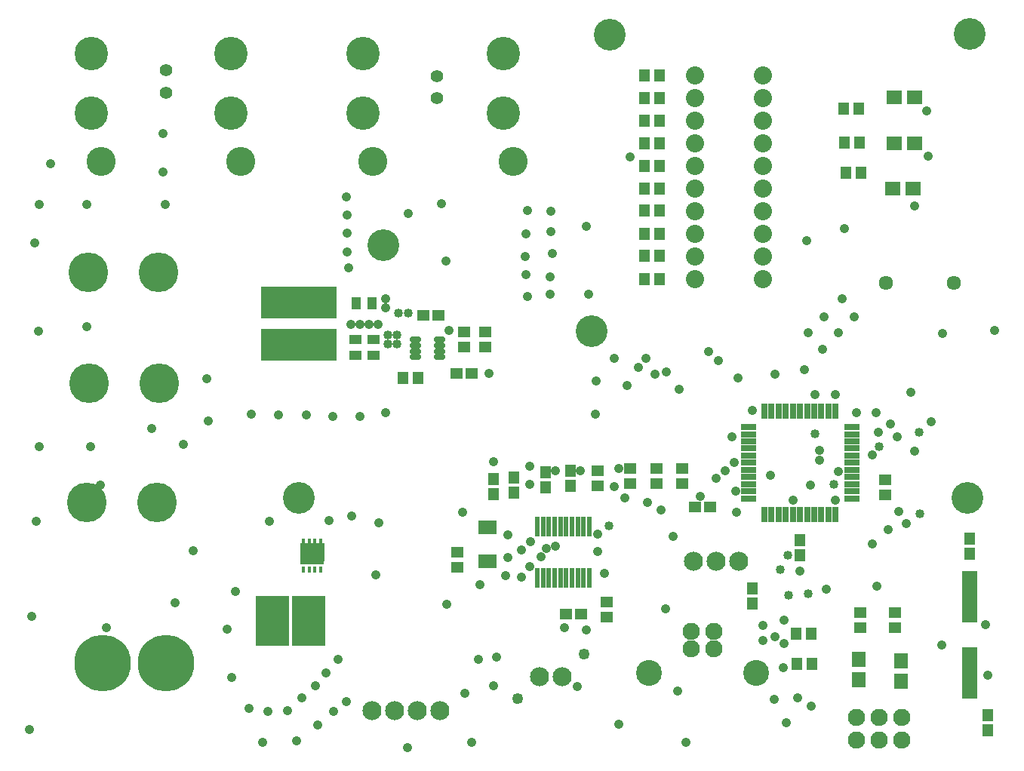
<source format=gbr>
G04 EAGLE Gerber RS-274X export*
G75*
%MOMM*%
%FSLAX34Y34*%
%LPD*%
%INSoldermask Top*%
%IPPOS*%
%AMOC8*
5,1,8,0,0,1.08239X$1,22.5*%
G01*
%ADD10R,1.254000X1.354000*%
%ADD11R,1.354000X1.254000*%
%ADD12C,4.445000*%
%ADD13C,2.133600*%
%ADD14C,3.754000*%
%ADD15C,3.254000*%
%ADD16C,6.350000*%
%ADD17R,0.609600X2.184400*%
%ADD18R,3.759200X5.588000*%
%ADD19R,8.458200X3.556000*%
%ADD20R,0.750000X1.750000*%
%ADD21R,1.750000X0.750000*%
%ADD22R,1.754000X5.754000*%
%ADD23C,2.032000*%
%ADD24R,1.498600X1.651000*%
%ADD25C,0.675000*%
%ADD26R,1.651000X1.498600*%
%ADD27C,1.254000*%
%ADD28R,1.054000X1.454000*%
%ADD29R,2.054000X1.594000*%
%ADD30R,1.454000X1.054000*%
%ADD31C,1.609600*%
%ADD32C,1.930400*%
%ADD33C,1.409600*%
%ADD34C,2.895600*%
%ADD35C,3.556000*%
%ADD36R,0.457200X0.762000*%
%ADD37R,0.457200X0.787400*%
%ADD38R,2.692400X2.032000*%
%ADD39C,1.066800*%
%ADD40C,1.059600*%
%ADD41C,1.016000*%

G36*
X350649Y221490D02*
X350649Y221490D01*
X350651Y221489D01*
X350694Y221509D01*
X350738Y221527D01*
X350738Y221529D01*
X350740Y221530D01*
X350773Y221615D01*
X350773Y240665D01*
X350772Y240667D01*
X350773Y240669D01*
X350753Y240712D01*
X350735Y240756D01*
X350733Y240756D01*
X350732Y240758D01*
X350647Y240791D01*
X324993Y240791D01*
X324991Y240790D01*
X324989Y240791D01*
X324946Y240771D01*
X324902Y240753D01*
X324902Y240751D01*
X324900Y240750D01*
X324867Y240665D01*
X324867Y221615D01*
X324868Y221613D01*
X324867Y221611D01*
X324887Y221568D01*
X324905Y221524D01*
X324907Y221524D01*
X324908Y221522D01*
X324993Y221489D01*
X350647Y221489D01*
X350649Y221490D01*
G37*
G36*
X329596Y243467D02*
X329596Y243467D01*
X329598Y243466D01*
X329641Y243486D01*
X329685Y243504D01*
X329685Y243506D01*
X329687Y243507D01*
X329720Y243592D01*
X329720Y249688D01*
X329719Y249690D01*
X329720Y249692D01*
X329700Y249735D01*
X329682Y249779D01*
X329680Y249779D01*
X329679Y249781D01*
X329594Y249814D01*
X326546Y249814D01*
X326544Y249813D01*
X326542Y249814D01*
X326499Y249794D01*
X326455Y249776D01*
X326455Y249774D01*
X326453Y249773D01*
X326420Y249688D01*
X326420Y243592D01*
X326421Y243590D01*
X326420Y243588D01*
X326440Y243545D01*
X326458Y243501D01*
X326460Y243501D01*
X326461Y243499D01*
X326546Y243466D01*
X329594Y243466D01*
X329596Y243467D01*
G37*
G36*
X336096Y243467D02*
X336096Y243467D01*
X336098Y243466D01*
X336141Y243486D01*
X336185Y243504D01*
X336185Y243506D01*
X336187Y243507D01*
X336220Y243592D01*
X336220Y249688D01*
X336219Y249690D01*
X336220Y249692D01*
X336200Y249735D01*
X336182Y249779D01*
X336180Y249779D01*
X336179Y249781D01*
X336094Y249814D01*
X333046Y249814D01*
X333044Y249813D01*
X333042Y249814D01*
X332999Y249794D01*
X332955Y249776D01*
X332955Y249774D01*
X332953Y249773D01*
X332920Y249688D01*
X332920Y243592D01*
X332921Y243590D01*
X332920Y243588D01*
X332940Y243545D01*
X332958Y243501D01*
X332960Y243501D01*
X332961Y243499D01*
X333046Y243466D01*
X336094Y243466D01*
X336096Y243467D01*
G37*
G36*
X342596Y243467D02*
X342596Y243467D01*
X342598Y243466D01*
X342641Y243486D01*
X342685Y243504D01*
X342685Y243506D01*
X342687Y243507D01*
X342720Y243592D01*
X342720Y249688D01*
X342719Y249690D01*
X342720Y249692D01*
X342700Y249735D01*
X342682Y249779D01*
X342680Y249779D01*
X342679Y249781D01*
X342594Y249814D01*
X339546Y249814D01*
X339544Y249813D01*
X339542Y249814D01*
X339499Y249794D01*
X339455Y249776D01*
X339455Y249774D01*
X339453Y249773D01*
X339420Y249688D01*
X339420Y243592D01*
X339421Y243590D01*
X339420Y243588D01*
X339440Y243545D01*
X339458Y243501D01*
X339460Y243501D01*
X339461Y243499D01*
X339546Y243466D01*
X342594Y243466D01*
X342596Y243467D01*
G37*
G36*
X349096Y243467D02*
X349096Y243467D01*
X349098Y243466D01*
X349141Y243486D01*
X349185Y243504D01*
X349185Y243506D01*
X349187Y243507D01*
X349220Y243592D01*
X349220Y249688D01*
X349219Y249690D01*
X349220Y249692D01*
X349200Y249735D01*
X349182Y249779D01*
X349180Y249779D01*
X349179Y249781D01*
X349094Y249814D01*
X346046Y249814D01*
X346044Y249813D01*
X346042Y249814D01*
X345999Y249794D01*
X345955Y249776D01*
X345955Y249774D01*
X345953Y249773D01*
X345920Y249688D01*
X345920Y243592D01*
X345921Y243590D01*
X345920Y243588D01*
X345940Y243545D01*
X345958Y243501D01*
X345960Y243501D01*
X345961Y243499D01*
X346046Y243466D01*
X349094Y243466D01*
X349096Y243467D01*
G37*
G36*
X349096Y212467D02*
X349096Y212467D01*
X349098Y212466D01*
X349141Y212486D01*
X349185Y212504D01*
X349185Y212506D01*
X349187Y212507D01*
X349220Y212592D01*
X349220Y218688D01*
X349219Y218690D01*
X349220Y218692D01*
X349200Y218735D01*
X349182Y218779D01*
X349180Y218779D01*
X349179Y218781D01*
X349094Y218814D01*
X346046Y218814D01*
X346044Y218813D01*
X346042Y218814D01*
X345999Y218794D01*
X345955Y218776D01*
X345955Y218774D01*
X345953Y218773D01*
X345920Y218688D01*
X345920Y212592D01*
X345921Y212590D01*
X345920Y212588D01*
X345940Y212545D01*
X345958Y212501D01*
X345960Y212501D01*
X345961Y212499D01*
X346046Y212466D01*
X349094Y212466D01*
X349096Y212467D01*
G37*
G36*
X342596Y212467D02*
X342596Y212467D01*
X342598Y212466D01*
X342641Y212486D01*
X342685Y212504D01*
X342685Y212506D01*
X342687Y212507D01*
X342720Y212592D01*
X342720Y218688D01*
X342719Y218690D01*
X342720Y218692D01*
X342700Y218735D01*
X342682Y218779D01*
X342680Y218779D01*
X342679Y218781D01*
X342594Y218814D01*
X339546Y218814D01*
X339544Y218813D01*
X339542Y218814D01*
X339499Y218794D01*
X339455Y218776D01*
X339455Y218774D01*
X339453Y218773D01*
X339420Y218688D01*
X339420Y212592D01*
X339421Y212590D01*
X339420Y212588D01*
X339440Y212545D01*
X339458Y212501D01*
X339460Y212501D01*
X339461Y212499D01*
X339546Y212466D01*
X342594Y212466D01*
X342596Y212467D01*
G37*
G36*
X336096Y212467D02*
X336096Y212467D01*
X336098Y212466D01*
X336141Y212486D01*
X336185Y212504D01*
X336185Y212506D01*
X336187Y212507D01*
X336220Y212592D01*
X336220Y218688D01*
X336219Y218690D01*
X336220Y218692D01*
X336200Y218735D01*
X336182Y218779D01*
X336180Y218779D01*
X336179Y218781D01*
X336094Y218814D01*
X333046Y218814D01*
X333044Y218813D01*
X333042Y218814D01*
X332999Y218794D01*
X332955Y218776D01*
X332955Y218774D01*
X332953Y218773D01*
X332920Y218688D01*
X332920Y212592D01*
X332921Y212590D01*
X332920Y212588D01*
X332940Y212545D01*
X332958Y212501D01*
X332960Y212501D01*
X332961Y212499D01*
X333046Y212466D01*
X336094Y212466D01*
X336096Y212467D01*
G37*
G36*
X329596Y212467D02*
X329596Y212467D01*
X329598Y212466D01*
X329641Y212486D01*
X329685Y212504D01*
X329685Y212506D01*
X329687Y212507D01*
X329720Y212592D01*
X329720Y218688D01*
X329719Y218690D01*
X329720Y218692D01*
X329700Y218735D01*
X329682Y218779D01*
X329680Y218779D01*
X329679Y218781D01*
X329594Y218814D01*
X326546Y218814D01*
X326544Y218813D01*
X326542Y218814D01*
X326499Y218794D01*
X326455Y218776D01*
X326455Y218774D01*
X326453Y218773D01*
X326420Y218688D01*
X326420Y212592D01*
X326421Y212590D01*
X326420Y212588D01*
X326440Y212545D01*
X326458Y212501D01*
X326460Y212501D01*
X326461Y212499D01*
X326546Y212466D01*
X329594Y212466D01*
X329596Y212467D01*
G37*
%LPC*%
G36*
X328072Y233203D02*
X328072Y233203D01*
X328072Y236951D01*
X331820Y236951D01*
X331820Y233203D01*
X328072Y233203D01*
G37*
%LPD*%
%LPC*%
G36*
X343820Y233203D02*
X343820Y233203D01*
X343820Y236951D01*
X347568Y236951D01*
X347568Y233203D01*
X343820Y233203D01*
G37*
%LPD*%
%LPC*%
G36*
X335946Y233203D02*
X335946Y233203D01*
X335946Y236951D01*
X339694Y236951D01*
X339694Y233203D01*
X335946Y233203D01*
G37*
%LPD*%
%LPC*%
G36*
X335946Y225329D02*
X335946Y225329D01*
X335946Y229077D01*
X339694Y229077D01*
X339694Y225329D01*
X335946Y225329D01*
G37*
%LPD*%
%LPC*%
G36*
X343820Y225329D02*
X343820Y225329D01*
X343820Y229077D01*
X347568Y229077D01*
X347568Y225329D01*
X343820Y225329D01*
G37*
%LPD*%
%LPC*%
G36*
X328072Y225329D02*
X328072Y225329D01*
X328072Y229077D01*
X331820Y229077D01*
X331820Y225329D01*
X328072Y225329D01*
G37*
%LPD*%
D10*
X563880Y318380D03*
X563880Y301380D03*
X627380Y326000D03*
X627380Y309000D03*
X599440Y324730D03*
X599440Y307730D03*
D11*
X622690Y165100D03*
X639690Y165100D03*
D12*
X166370Y424180D03*
X87630Y424180D03*
X85090Y290830D03*
X163830Y290830D03*
D13*
X481330Y57150D03*
X455930Y57150D03*
X430530Y57150D03*
X405130Y57150D03*
D14*
X552450Y794540D03*
X552450Y727540D03*
D15*
X563450Y673540D03*
D14*
X90170Y794540D03*
X90170Y727540D03*
D15*
X101170Y673540D03*
D14*
X394970Y794540D03*
X394970Y727540D03*
D15*
X405970Y673540D03*
D14*
X246380Y794540D03*
X246380Y727540D03*
D15*
X257380Y673540D03*
D11*
X753110Y311540D03*
X753110Y328540D03*
X723900Y311540D03*
X723900Y328540D03*
X657860Y326000D03*
X657860Y309000D03*
X500380Y234560D03*
X500380Y217560D03*
X668020Y178680D03*
X668020Y161680D03*
D16*
X102870Y110490D03*
X173990Y110490D03*
D17*
X649010Y263652D03*
X642510Y263652D03*
X636010Y263652D03*
X629510Y263652D03*
X623010Y263652D03*
X616510Y263652D03*
X610010Y263652D03*
X603510Y263652D03*
X597010Y263652D03*
X590510Y263652D03*
X590510Y206248D03*
X597010Y206248D03*
X603510Y206248D03*
X610010Y206248D03*
X616510Y206248D03*
X623010Y206248D03*
X629510Y206248D03*
X636010Y206248D03*
X642510Y206248D03*
X649010Y206248D03*
D11*
X694690Y328540D03*
X694690Y311540D03*
D18*
X293116Y157480D03*
X334264Y157480D03*
D11*
X479670Y500380D03*
X462670Y500380D03*
X516500Y435610D03*
X499500Y435610D03*
D19*
X322580Y467995D03*
X322580Y514985D03*
D20*
X845190Y277280D03*
X853190Y277280D03*
X861190Y277280D03*
X869190Y277280D03*
X877190Y277280D03*
X885190Y277280D03*
X893190Y277280D03*
X901190Y277280D03*
X909190Y277280D03*
X917190Y277280D03*
X925190Y277280D03*
D21*
X943190Y295280D03*
X943190Y303280D03*
X943190Y311280D03*
X943190Y319280D03*
X943190Y327280D03*
X943190Y335280D03*
X943190Y343280D03*
X943190Y351280D03*
X943190Y359280D03*
X943190Y367280D03*
X943190Y375280D03*
D20*
X925190Y393280D03*
X917190Y393280D03*
X909190Y393280D03*
X901190Y393280D03*
X893190Y393280D03*
X885190Y393280D03*
X877190Y393280D03*
X869190Y393280D03*
X861190Y393280D03*
X853190Y393280D03*
X845190Y393280D03*
D21*
X827190Y375280D03*
X827190Y367280D03*
X827190Y359280D03*
X827190Y351280D03*
X827190Y343280D03*
X827190Y335280D03*
X827190Y327280D03*
X827190Y319280D03*
X827190Y311280D03*
X827190Y303280D03*
X827190Y295280D03*
D11*
X508000Y482210D03*
X508000Y465210D03*
X532130Y465210D03*
X532130Y482210D03*
D22*
X1075690Y99240D03*
X1075690Y185240D03*
D10*
X1075690Y249800D03*
X1075690Y232800D03*
X1096010Y34680D03*
X1096010Y51680D03*
D11*
X767470Y285750D03*
X784470Y285750D03*
X980440Y298840D03*
X980440Y315840D03*
D10*
X831850Y176920D03*
X831850Y193920D03*
X885190Y231530D03*
X885190Y248530D03*
D23*
X767080Y769620D03*
X767080Y744220D03*
X767080Y718820D03*
X767080Y693420D03*
X767080Y668020D03*
X767080Y642620D03*
X767080Y617220D03*
X767080Y591820D03*
X767080Y566420D03*
X767080Y541020D03*
X843280Y541020D03*
X843280Y566420D03*
X843280Y591820D03*
X843280Y617220D03*
X843280Y642620D03*
X843280Y668020D03*
X843280Y693420D03*
X843280Y718820D03*
X843280Y744220D03*
X843280Y769620D03*
D10*
X710320Y769620D03*
X727320Y769620D03*
X710320Y744220D03*
X727320Y744220D03*
X710320Y718820D03*
X727320Y718820D03*
X710320Y693420D03*
X727320Y693420D03*
X710320Y668020D03*
X727320Y668020D03*
X710320Y642620D03*
X727320Y642620D03*
X710320Y618490D03*
X727320Y618490D03*
X710320Y591820D03*
X727320Y591820D03*
X710320Y567690D03*
X727320Y567690D03*
X710320Y541020D03*
X727320Y541020D03*
D11*
X952500Y167250D03*
X952500Y150250D03*
X991870Y167250D03*
X991870Y150250D03*
D24*
X951230Y114300D03*
X951230Y91440D03*
X998220Y113030D03*
X998220Y90170D03*
D25*
X456860Y473300D02*
X450860Y473300D01*
X450860Y466800D02*
X456860Y466800D01*
X456860Y460300D02*
X450860Y460300D01*
X450860Y453800D02*
X456860Y453800D01*
X477860Y453800D02*
X483860Y453800D01*
X483860Y460300D02*
X477860Y460300D01*
X477860Y466800D02*
X483860Y466800D01*
X483860Y473300D02*
X477860Y473300D01*
D10*
X439810Y430530D03*
X456810Y430530D03*
X936380Y660400D03*
X953380Y660400D03*
X935110Y694690D03*
X952110Y694690D03*
X933840Y732790D03*
X950840Y732790D03*
D26*
X990600Y745490D03*
X1013460Y745490D03*
X990600Y693420D03*
X1013460Y693420D03*
X989330Y642620D03*
X1012190Y642620D03*
D13*
X592709Y95250D03*
X618820Y95250D03*
D27*
X568325Y70358D03*
X643255Y120142D03*
D28*
X405240Y514350D03*
X387240Y514350D03*
D29*
X534670Y263140D03*
X534670Y224540D03*
D30*
X406400Y473820D03*
X406400Y455820D03*
X386080Y473820D03*
X386080Y455820D03*
D10*
X880500Y143510D03*
X897500Y143510D03*
X881770Y109220D03*
X898770Y109220D03*
D31*
X981710Y537210D03*
X1057710Y537210D03*
D32*
X948690Y24130D03*
X974090Y24130D03*
X999490Y24130D03*
X948690Y49530D03*
X974090Y49530D03*
X999490Y49530D03*
D13*
X765810Y224790D03*
X791210Y224790D03*
X816610Y224790D03*
D12*
X165100Y548640D03*
X86360Y548640D03*
D33*
X477520Y744220D03*
X477520Y769220D03*
X173990Y750570D03*
X173990Y775570D03*
D32*
X788470Y146172D03*
X763470Y146172D03*
X763470Y126360D03*
X788470Y126360D03*
D34*
X836168Y99182D03*
X715772Y99182D03*
D35*
X322580Y295910D03*
X1075690Y816610D03*
X1073150Y295910D03*
X417830Y579120D03*
X671830Y815340D03*
X651510Y482600D03*
D10*
X541020Y317110D03*
X541020Y300110D03*
D36*
X328070Y215640D03*
X334570Y215640D03*
X341070Y215640D03*
X347570Y215640D03*
D37*
X347570Y246640D03*
X341070Y246640D03*
X334570Y246640D03*
X328070Y246640D03*
D38*
X337820Y234570D03*
D39*
X184150Y177800D03*
X251460Y190500D03*
X242570Y148590D03*
X247650Y93980D03*
X367030Y114300D03*
X353060Y99060D03*
X341630Y85090D03*
X326390Y71120D03*
X309880Y57150D03*
X288290Y55880D03*
X266700Y59690D03*
X281940Y21590D03*
X320040Y22860D03*
X344170Y40640D03*
X361950Y55880D03*
X375920Y67310D03*
X488950Y176530D03*
X524510Y114300D03*
X444500Y15240D03*
X516890Y21590D03*
X509270Y76200D03*
X541020Y85090D03*
X544830Y116840D03*
X635000Y83820D03*
X681990Y41910D03*
X756920Y21590D03*
X572770Y237490D03*
X572770Y207010D03*
X657860Y255270D03*
X506730Y279400D03*
X541020Y336550D03*
X914400Y193040D03*
X934720Y598170D03*
X894080Y481330D03*
X892810Y584200D03*
X694690Y678180D03*
D40*
X645160Y600710D03*
D39*
X647700Y524510D03*
X676910Y452120D03*
X656590Y426720D03*
X655320Y389890D03*
X557530Y254000D03*
X554990Y208280D03*
X525780Y198120D03*
X600710Y238760D03*
X594360Y229870D03*
X581660Y218440D03*
X582930Y246380D03*
X557530Y228600D03*
D40*
X283210Y157480D03*
X645160Y147320D03*
D39*
X665480Y210820D03*
X734060Y171450D03*
X1096010Y96520D03*
X1043940Y130810D03*
X971550Y196850D03*
X1093470Y153670D03*
X877570Y293370D03*
X896620Y309880D03*
X812800Y303530D03*
X852170Y321310D03*
X924560Y293370D03*
X966470Y243840D03*
X984250Y260350D03*
X1004570Y266700D03*
X1013460Y347980D03*
X1032510Y381000D03*
X1009650Y414020D03*
X994410Y364490D03*
X1045210Y480060D03*
X910590Y462280D03*
X928370Y481330D03*
X946150Y499110D03*
X911860Y499110D03*
X932180Y519430D03*
X815340Y430530D03*
X831850Y393700D03*
X735330Y436880D03*
X749300Y417830D03*
X808990Y364490D03*
X742950Y252730D03*
X581660Y311150D03*
X581660Y331470D03*
X610870Y326390D03*
X638810Y326390D03*
X885190Y213360D03*
X748030Y78740D03*
X681990Y328930D03*
X773430Y297180D03*
X869950Y43180D03*
X1103630Y483870D03*
X924560Y411480D03*
X928370Y325120D03*
X1013460Y623570D03*
X1028700Y679450D03*
X1027430Y730250D03*
X843280Y152400D03*
X843280Y135890D03*
X867410Y158750D03*
X867410Y132080D03*
X866140Y105410D03*
X855980Y69850D03*
X882650Y71120D03*
X897890Y62230D03*
D40*
X713740Y290830D03*
X966470Y344170D03*
X728980Y281940D03*
D41*
X974090Y353060D03*
D39*
X676910Y308610D03*
X408940Y209550D03*
D41*
X670560Y264160D03*
D39*
X20320Y35560D03*
X22860Y162560D03*
X27940Y269240D03*
X31750Y353060D03*
X100330Y309880D03*
X106680Y149860D03*
X88900Y353060D03*
X30480Y482600D03*
X85090Y487680D03*
X26670Y581660D03*
D40*
X345440Y157480D03*
X621030Y149860D03*
D39*
X610870Y241300D03*
D40*
X657860Y235422D03*
X986790Y378460D03*
D39*
X219710Y429260D03*
X356870Y270510D03*
X382270Y275590D03*
X204470Y236220D03*
X157480Y373380D03*
X193040Y355600D03*
X220980Y382270D03*
X44450Y670560D03*
X31750Y624840D03*
X85090Y624840D03*
X172720Y624840D03*
X170180Y661670D03*
X170180Y704850D03*
X445770Y614680D03*
X375920Y633730D03*
X377190Y613410D03*
X377190Y593090D03*
X377190Y571500D03*
X378460Y553720D03*
X482600Y626110D03*
X487680Y561340D03*
X420370Y519430D03*
X420370Y509270D03*
X381000Y490220D03*
X391160Y490220D03*
X401320Y490220D03*
X411480Y490220D03*
X491490Y483870D03*
X579120Y521970D03*
X577850Y546100D03*
X576580Y566420D03*
X577850Y591820D03*
X579120Y618490D03*
X605790Y617220D03*
X605790Y594360D03*
X607060Y570230D03*
X604520Y543560D03*
X604520Y524510D03*
X535940Y435610D03*
X420370Y391160D03*
X391160Y387350D03*
X360680Y387350D03*
X331470Y388620D03*
X299720Y388620D03*
X269240Y389890D03*
X412750Y267970D03*
X289560Y269240D03*
D40*
X688340Y295910D03*
X972820Y369570D03*
D41*
X422910Y478790D03*
X433070Y478790D03*
X433070Y468630D03*
X422910Y468630D03*
X292100Y474980D03*
X354330Y459740D03*
X323850Y474980D03*
X354330Y474980D03*
X290830Y459740D03*
X323850Y459740D03*
X445770Y502920D03*
X434340Y502920D03*
D40*
X857250Y139700D03*
X857250Y434340D03*
X995680Y280670D03*
X793750Y449580D03*
X901700Y411480D03*
X782320Y459740D03*
X889854Y439420D03*
X690880Y421640D03*
X814070Y279400D03*
X703580Y441960D03*
X791210Y317500D03*
X801370Y326390D03*
X712470Y452120D03*
X722630Y434340D03*
X811530Y335280D03*
D41*
X1019810Y278130D03*
X1018540Y369570D03*
D40*
X906780Y349250D03*
X948690Y391160D03*
X906780Y337820D03*
X970280Y391160D03*
D41*
X872490Y186690D03*
X862754Y215054D03*
X894080Y187960D03*
X871220Y231140D03*
X902020Y367980D03*
X923290Y311150D03*
M02*

</source>
